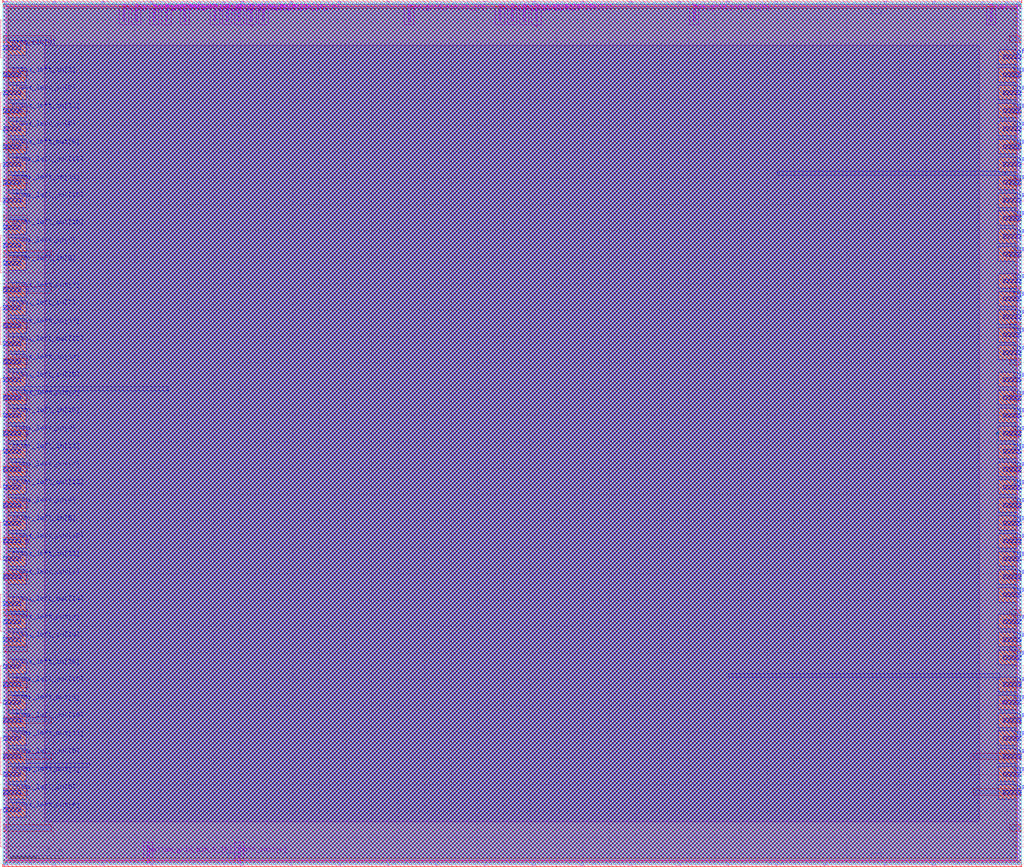
<source format=lef>
VERSION 5.7 ;
BUSBITCHARS "[]" ;

UNITS
  DATABASE MICRONS 1000 ;
END UNITS

MANUFACTURINGGRID 0.005 ;

LAYER nwell
  TYPE MASTERSLICE ;
END nwell

LAYER pwell
  TYPE MASTERSLICE ;
END pwell

LAYER fieldpoly
  TYPE MASTERSLICE ;
END fieldpoly

LAYER li1
  TYPE ROUTING ;
  DIRECTION VERTICAL ;
  PITCH 0.46 ;
  WIDTH 0.17 ;
END li1

LAYER mcon
  TYPE CUT ;
END mcon

LAYER met1
  TYPE ROUTING ;
  DIRECTION HORIZONTAL ;
  PITCH 0.34 ;
  WIDTH 0.14 ;
END met1

LAYER via
  TYPE CUT ;
END via

LAYER met2
  TYPE ROUTING ;
  DIRECTION VERTICAL ;
  PITCH 0.46 ;
  WIDTH 0.14 ;
END met2

LAYER via2
  TYPE CUT ;
END via2

LAYER met3
  TYPE ROUTING ;
  DIRECTION HORIZONTAL ;
  PITCH 0.68 ;
  WIDTH 0.3 ;
END met3

LAYER via3
  TYPE CUT ;
END via3

LAYER met4
  TYPE ROUTING ;
  DIRECTION VERTICAL ;
  PITCH 0.92 ;
  WIDTH 0.3 ;
END met4

LAYER via4
  TYPE CUT ;
END via4

LAYER met5
  TYPE ROUTING ;
  DIRECTION HORIZONTAL ;
  PITCH 3.4 ;
  WIDTH 1.6 ;
END met5

LAYER diff
  TYPE MASTERSLICE ;
END diff

LAYER licon1
  TYPE MASTERSLICE ;
END licon1

LAYER OVERLAP
  TYPE OVERLAP ;
END OVERLAP

VIA L1M1_PR
  LAYER li1 ;
    RECT -0.085 -0.085 0.085 0.085 ;
  LAYER mcon ;
    RECT -0.085 -0.085 0.085 0.085 ;
  LAYER met1 ;
    RECT -0.145 -0.115 0.145 0.115 ;
END L1M1_PR

VIA L1M1_PR_R
  LAYER li1 ;
    RECT -0.085 -0.085 0.085 0.085 ;
  LAYER mcon ;
    RECT -0.085 -0.085 0.085 0.085 ;
  LAYER met1 ;
    RECT -0.115 -0.145 0.115 0.145 ;
END L1M1_PR_R

VIA L1M1_PR_M
  LAYER li1 ;
    RECT -0.085 -0.085 0.085 0.085 ;
  LAYER mcon ;
    RECT -0.085 -0.085 0.085 0.085 ;
  LAYER met1 ;
    RECT -0.115 -0.145 0.115 0.145 ;
END L1M1_PR_M

VIA L1M1_PR_MR
  LAYER li1 ;
    RECT -0.085 -0.085 0.085 0.085 ;
  LAYER mcon ;
    RECT -0.085 -0.085 0.085 0.085 ;
  LAYER met1 ;
    RECT -0.145 -0.115 0.145 0.115 ;
END L1M1_PR_MR

VIA L1M1_PR_C
  LAYER li1 ;
    RECT -0.085 -0.085 0.085 0.085 ;
  LAYER mcon ;
    RECT -0.085 -0.085 0.085 0.085 ;
  LAYER met1 ;
    RECT -0.145 -0.145 0.145 0.145 ;
END L1M1_PR_C

VIA M1M2_PR
  LAYER met1 ;
    RECT -0.16 -0.13 0.16 0.13 ;
  LAYER via ;
    RECT -0.075 -0.075 0.075 0.075 ;
  LAYER met2 ;
    RECT -0.13 -0.16 0.13 0.16 ;
END M1M2_PR

VIA M1M2_PR_Enc
  LAYER met1 ;
    RECT -0.16 -0.13 0.16 0.13 ;
  LAYER via ;
    RECT -0.075 -0.075 0.075 0.075 ;
  LAYER met2 ;
    RECT -0.16 -0.13 0.16 0.13 ;
END M1M2_PR_Enc

VIA M1M2_PR_R
  LAYER met1 ;
    RECT -0.13 -0.16 0.13 0.16 ;
  LAYER via ;
    RECT -0.075 -0.075 0.075 0.075 ;
  LAYER met2 ;
    RECT -0.16 -0.13 0.16 0.13 ;
END M1M2_PR_R

VIA M1M2_PR_R_Enc
  LAYER met1 ;
    RECT -0.13 -0.16 0.13 0.16 ;
  LAYER via ;
    RECT -0.075 -0.075 0.075 0.075 ;
  LAYER met2 ;
    RECT -0.13 -0.16 0.13 0.16 ;
END M1M2_PR_R_Enc

VIA M1M2_PR_M
  LAYER met1 ;
    RECT -0.16 -0.13 0.16 0.13 ;
  LAYER via ;
    RECT -0.075 -0.075 0.075 0.075 ;
  LAYER met2 ;
    RECT -0.16 -0.13 0.16 0.13 ;
END M1M2_PR_M

VIA M1M2_PR_M_Enc
  LAYER met1 ;
    RECT -0.16 -0.13 0.16 0.13 ;
  LAYER via ;
    RECT -0.075 -0.075 0.075 0.075 ;
  LAYER met2 ;
    RECT -0.13 -0.16 0.13 0.16 ;
END M1M2_PR_M_Enc

VIA M1M2_PR_MR
  LAYER met1 ;
    RECT -0.13 -0.16 0.13 0.16 ;
  LAYER via ;
    RECT -0.075 -0.075 0.075 0.075 ;
  LAYER met2 ;
    RECT -0.13 -0.16 0.13 0.16 ;
END M1M2_PR_MR

VIA M1M2_PR_MR_Enc
  LAYER met1 ;
    RECT -0.13 -0.16 0.13 0.16 ;
  LAYER via ;
    RECT -0.075 -0.075 0.075 0.075 ;
  LAYER met2 ;
    RECT -0.16 -0.13 0.16 0.13 ;
END M1M2_PR_MR_Enc

VIA M1M2_PR_C
  LAYER met1 ;
    RECT -0.16 -0.16 0.16 0.16 ;
  LAYER via ;
    RECT -0.075 -0.075 0.075 0.075 ;
  LAYER met2 ;
    RECT -0.16 -0.16 0.16 0.16 ;
END M1M2_PR_C

VIA M2M3_PR
  LAYER met2 ;
    RECT -0.14 -0.185 0.14 0.185 ;
  LAYER via2 ;
    RECT -0.1 -0.1 0.1 0.1 ;
  LAYER met3 ;
    RECT -0.165 -0.165 0.165 0.165 ;
END M2M3_PR

VIA M2M3_PR_R
  LAYER met2 ;
    RECT -0.185 -0.14 0.185 0.14 ;
  LAYER via2 ;
    RECT -0.1 -0.1 0.1 0.1 ;
  LAYER met3 ;
    RECT -0.165 -0.165 0.165 0.165 ;
END M2M3_PR_R

VIA M2M3_PR_M
  LAYER met2 ;
    RECT -0.14 -0.185 0.14 0.185 ;
  LAYER via2 ;
    RECT -0.1 -0.1 0.1 0.1 ;
  LAYER met3 ;
    RECT -0.165 -0.165 0.165 0.165 ;
END M2M3_PR_M

VIA M2M3_PR_MR
  LAYER met2 ;
    RECT -0.185 -0.14 0.185 0.14 ;
  LAYER via2 ;
    RECT -0.1 -0.1 0.1 0.1 ;
  LAYER met3 ;
    RECT -0.165 -0.165 0.165 0.165 ;
END M2M3_PR_MR

VIA M2M3_PR_C
  LAYER met2 ;
    RECT -0.185 -0.185 0.185 0.185 ;
  LAYER via2 ;
    RECT -0.1 -0.1 0.1 0.1 ;
  LAYER met3 ;
    RECT -0.165 -0.165 0.165 0.165 ;
END M2M3_PR_C

VIA M3M4_PR
  LAYER met3 ;
    RECT -0.19 -0.16 0.19 0.16 ;
  LAYER via3 ;
    RECT -0.1 -0.1 0.1 0.1 ;
  LAYER met4 ;
    RECT -0.165 -0.165 0.165 0.165 ;
END M3M4_PR

VIA M3M4_PR_R
  LAYER met3 ;
    RECT -0.16 -0.19 0.16 0.19 ;
  LAYER via3 ;
    RECT -0.1 -0.1 0.1 0.1 ;
  LAYER met4 ;
    RECT -0.165 -0.165 0.165 0.165 ;
END M3M4_PR_R

VIA M3M4_PR_M
  LAYER met3 ;
    RECT -0.19 -0.16 0.19 0.16 ;
  LAYER via3 ;
    RECT -0.1 -0.1 0.1 0.1 ;
  LAYER met4 ;
    RECT -0.165 -0.165 0.165 0.165 ;
END M3M4_PR_M

VIA M3M4_PR_MR
  LAYER met3 ;
    RECT -0.16 -0.19 0.16 0.19 ;
  LAYER via3 ;
    RECT -0.1 -0.1 0.1 0.1 ;
  LAYER met4 ;
    RECT -0.165 -0.165 0.165 0.165 ;
END M3M4_PR_MR

VIA M3M4_PR_C
  LAYER met3 ;
    RECT -0.19 -0.19 0.19 0.19 ;
  LAYER via3 ;
    RECT -0.1 -0.1 0.1 0.1 ;
  LAYER met4 ;
    RECT -0.165 -0.165 0.165 0.165 ;
END M3M4_PR_C

VIA M4M5_PR
  LAYER met4 ;
    RECT -0.59 -0.59 0.59 0.59 ;
  LAYER via4 ;
    RECT -0.4 -0.4 0.4 0.4 ;
  LAYER met5 ;
    RECT -0.71 -0.71 0.71 0.71 ;
END M4M5_PR

VIA M4M5_PR_R
  LAYER met4 ;
    RECT -0.59 -0.59 0.59 0.59 ;
  LAYER via4 ;
    RECT -0.4 -0.4 0.4 0.4 ;
  LAYER met5 ;
    RECT -0.71 -0.71 0.71 0.71 ;
END M4M5_PR_R

VIA M4M5_PR_M
  LAYER met4 ;
    RECT -0.59 -0.59 0.59 0.59 ;
  LAYER via4 ;
    RECT -0.4 -0.4 0.4 0.4 ;
  LAYER met5 ;
    RECT -0.71 -0.71 0.71 0.71 ;
END M4M5_PR_M

VIA M4M5_PR_MR
  LAYER met4 ;
    RECT -0.59 -0.59 0.59 0.59 ;
  LAYER via4 ;
    RECT -0.4 -0.4 0.4 0.4 ;
  LAYER met5 ;
    RECT -0.71 -0.71 0.71 0.71 ;
END M4M5_PR_MR

VIA M4M5_PR_C
  LAYER met4 ;
    RECT -0.59 -0.59 0.59 0.59 ;
  LAYER via4 ;
    RECT -0.4 -0.4 0.4 0.4 ;
  LAYER met5 ;
    RECT -0.71 -0.71 0.71 0.71 ;
END M4M5_PR_C

SITE unit
  CLASS CORE ;
  SYMMETRY Y ;
  SIZE 0.46 BY 2.72 ;
END unit

SITE unithddbl
  CLASS CORE ;
  SIZE 0.46 BY 5.44 ;
END unithddbl

MACRO cbx_1__0_
  CLASS BLOCK ;
  ORIGIN 0 0 ;
  SIZE 77.28 BY 65.28 ;
  SYMMETRY X Y ;
  PIN prog_clk[0]
    DIRECTION INPUT ;
    USE CLOCK ;
    PORT
      LAYER met3 ;
        RECT 0 61.73 1.38 62.03 ;
    END
  END prog_clk[0]
  PIN chanx_left_in[0]
    DIRECTION INPUT ;
    USE SIGNAL ;
    PORT
      LAYER met3 ;
        RECT 0 5.29 1.38 5.59 ;
    END
  END chanx_left_in[0]
  PIN chanx_left_in[1]
    DIRECTION INPUT ;
    USE SIGNAL ;
    PORT
      LAYER met3 ;
        RECT 0 59.69 1.38 59.99 ;
    END
  END chanx_left_in[1]
  PIN chanx_left_in[2]
    DIRECTION INPUT ;
    USE SIGNAL ;
    PORT
      LAYER met3 ;
        RECT 0 55.61 1.38 55.91 ;
    END
  END chanx_left_in[2]
  PIN chanx_left_in[3]
    DIRECTION INPUT ;
    USE SIGNAL ;
    PORT
      LAYER met3 ;
        RECT 0 46.77 1.38 47.07 ;
    END
  END chanx_left_in[3]
  PIN chanx_left_in[4]
    DIRECTION INPUT ;
    USE SIGNAL ;
    PORT
      LAYER met3 ;
        RECT 0 27.05 1.38 27.35 ;
    END
  END chanx_left_in[4]
  PIN chanx_left_in[5]
    DIRECTION INPUT ;
    USE SIGNAL ;
    PORT
      LAYER met3 ;
        RECT 0 45.41 1.38 45.71 ;
    END
  END chanx_left_in[5]
  PIN chanx_left_in[6]
    DIRECTION INPUT ;
    USE SIGNAL ;
    PORT
      LAYER met3 ;
        RECT 0 25.69 1.38 25.99 ;
    END
  END chanx_left_in[6]
  PIN chanx_left_in[7]
    DIRECTION INPUT ;
    USE SIGNAL ;
    PORT
      LAYER met3 ;
        RECT 0 42.01 1.38 42.31 ;
    END
  END chanx_left_in[7]
  PIN chanx_left_in[8]
    DIRECTION INPUT ;
    USE SIGNAL ;
    PORT
      LAYER met3 ;
        RECT 0 58.33 1.38 58.63 ;
    END
  END chanx_left_in[8]
  PIN chanx_left_in[9]
    DIRECTION INPUT ;
    USE SIGNAL ;
    PORT
      LAYER met3 ;
        RECT 0 32.49 1.38 32.79 ;
    END
  END chanx_left_in[9]
  PIN chanx_left_in[10]
    DIRECTION INPUT ;
    USE SIGNAL ;
    PORT
      LAYER met3 ;
        RECT 0 16.85 1.38 17.15 ;
    END
  END chanx_left_in[10]
  PIN chanx_left_in[11]
    DIRECTION INPUT ;
    USE SIGNAL ;
    PORT
      LAYER met3 ;
        RECT 0 22.97 1.38 23.27 ;
    END
  END chanx_left_in[11]
  PIN chanx_left_in[12]
    DIRECTION INPUT ;
    USE SIGNAL ;
    PORT
      LAYER met3 ;
        RECT 0 56.97 1.38 57.27 ;
    END
  END chanx_left_in[12]
  PIN chanx_left_in[13]
    DIRECTION INPUT ;
    USE SIGNAL ;
    PORT
      LAYER met3 ;
        RECT 0 37.93 1.38 38.23 ;
    END
  END chanx_left_in[13]
  PIN chanx_left_in[14]
    DIRECTION INPUT ;
    USE SIGNAL ;
    PORT
      LAYER met3 ;
        RECT 0 31.13 1.38 31.43 ;
    END
  END chanx_left_in[14]
  PIN chanx_left_in[15]
    DIRECTION INPUT ;
    USE SIGNAL ;
    PORT
      LAYER met3 ;
        RECT 0 51.53 1.38 51.83 ;
    END
  END chanx_left_in[15]
  PIN chanx_left_in[16]
    DIRECTION INPUT ;
    USE SIGNAL ;
    PORT
      LAYER met3 ;
        RECT 0 14.81 1.38 15.11 ;
    END
  END chanx_left_in[16]
  PIN chanx_left_in[17]
    DIRECTION INPUT ;
    USE SIGNAL ;
    PORT
      LAYER met3 ;
        RECT 0 40.65 1.38 40.95 ;
    END
  END chanx_left_in[17]
  PIN chanx_left_in[18]
    DIRECTION INPUT ;
    USE SIGNAL ;
    PORT
      LAYER met3 ;
        RECT 0 36.57 1.38 36.87 ;
    END
  END chanx_left_in[18]
  PIN chanx_left_in[19]
    DIRECTION INPUT ;
    USE SIGNAL ;
    PORT
      LAYER met3 ;
        RECT 0 33.85 1.38 34.15 ;
    END
  END chanx_left_in[19]
  PIN chanx_right_in[0]
    DIRECTION INPUT ;
    USE SIGNAL ;
    PORT
      LAYER met3 ;
        RECT 75.9 46.09 77.28 46.39 ;
    END
  END chanx_right_in[0]
  PIN chanx_right_in[1]
    DIRECTION INPUT ;
    USE SIGNAL ;
    PORT
      LAYER met3 ;
        RECT 75.9 12.09 77.28 12.39 ;
    END
  END chanx_right_in[1]
  PIN chanx_right_in[2]
    DIRECTION INPUT ;
    USE SIGNAL ;
    PORT
      LAYER met3 ;
        RECT 75.9 47.45 77.28 47.75 ;
    END
  END chanx_right_in[2]
  PIN chanx_right_in[3]
    DIRECTION INPUT ;
    USE SIGNAL ;
    PORT
      LAYER met3 ;
        RECT 75.9 50.17 77.28 50.47 ;
    END
  END chanx_right_in[3]
  PIN chanx_right_in[4]
    DIRECTION INPUT ;
    USE SIGNAL ;
    PORT
      LAYER met3 ;
        RECT 75.9 59.69 77.28 59.99 ;
    END
  END chanx_right_in[4]
  PIN chanx_right_in[5]
    DIRECTION INPUT ;
    USE SIGNAL ;
    PORT
      LAYER met3 ;
        RECT 75.9 9.37 77.28 9.67 ;
    END
  END chanx_right_in[5]
  PIN chanx_right_in[6]
    DIRECTION INPUT ;
    USE SIGNAL ;
    PORT
      LAYER met3 ;
        RECT 75.9 36.57 77.28 36.87 ;
    END
  END chanx_right_in[6]
  PIN chanx_right_in[7]
    DIRECTION INPUT ;
    USE SIGNAL ;
    PORT
      LAYER met3 ;
        RECT 75.9 54.25 77.28 54.55 ;
    END
  END chanx_right_in[7]
  PIN chanx_right_in[8]
    DIRECTION INPUT ;
    USE SIGNAL ;
    PORT
      LAYER met3 ;
        RECT 75.9 38.61 77.28 38.91 ;
    END
  END chanx_right_in[8]
  PIN chanx_right_in[9]
    DIRECTION INPUT ;
    USE SIGNAL ;
    PORT
      LAYER met3 ;
        RECT 75.9 31.13 77.28 31.43 ;
    END
  END chanx_right_in[9]
  PIN chanx_right_in[10]
    DIRECTION INPUT ;
    USE SIGNAL ;
    PORT
      LAYER met3 ;
        RECT 75.9 32.49 77.28 32.79 ;
    END
  END chanx_right_in[10]
  PIN chanx_right_in[11]
    DIRECTION INPUT ;
    USE SIGNAL ;
    PORT
      LAYER met3 ;
        RECT 75.9 55.61 77.28 55.91 ;
    END
  END chanx_right_in[11]
  PIN chanx_right_in[12]
    DIRECTION INPUT ;
    USE SIGNAL ;
    PORT
      LAYER met3 ;
        RECT 75.9 41.33 77.28 41.63 ;
    END
  END chanx_right_in[12]
  PIN chanx_right_in[13]
    DIRECTION INPUT ;
    USE SIGNAL ;
    PORT
      LAYER met3 ;
        RECT 75.9 33.85 77.28 34.15 ;
    END
  END chanx_right_in[13]
  PIN chanx_right_in[14]
    DIRECTION INPUT ;
    USE SIGNAL ;
    PORT
      LAYER met3 ;
        RECT 75.9 35.21 77.28 35.51 ;
    END
  END chanx_right_in[14]
  PIN chanx_right_in[15]
    DIRECTION INPUT ;
    USE SIGNAL ;
    PORT
      LAYER met3 ;
        RECT 75.9 51.53 77.28 51.83 ;
    END
  END chanx_right_in[15]
  PIN chanx_right_in[16]
    DIRECTION INPUT ;
    USE SIGNAL ;
    PORT
      LAYER met3 ;
        RECT 75.9 13.45 77.28 13.75 ;
    END
  END chanx_right_in[16]
  PIN chanx_right_in[17]
    DIRECTION INPUT ;
    USE SIGNAL ;
    PORT
      LAYER met3 ;
        RECT 75.9 52.89 77.28 53.19 ;
    END
  END chanx_right_in[17]
  PIN chanx_right_in[18]
    DIRECTION INPUT ;
    USE SIGNAL ;
    PORT
      LAYER met3 ;
        RECT 75.9 42.69 77.28 42.99 ;
    END
  END chanx_right_in[18]
  PIN chanx_right_in[19]
    DIRECTION INPUT ;
    USE SIGNAL ;
    PORT
      LAYER met3 ;
        RECT 75.9 56.97 77.28 57.27 ;
    END
  END chanx_right_in[19]
  PIN ccff_head[0]
    DIRECTION INPUT ;
    USE SIGNAL ;
    PORT
      LAYER met3 ;
        RECT 75.9 61.05 77.28 61.35 ;
    END
  END ccff_head[0]
  PIN chanx_left_out[0]
    DIRECTION OUTPUT ;
    USE SIGNAL ;
    PORT
      LAYER met3 ;
        RECT 0 8.01 1.38 8.31 ;
    END
  END chanx_left_out[0]
  PIN chanx_left_out[1]
    DIRECTION OUTPUT ;
    USE SIGNAL ;
    PORT
      LAYER met3 ;
        RECT 0 21.61 1.38 21.91 ;
    END
  END chanx_left_out[1]
  PIN chanx_left_out[2]
    DIRECTION OUTPUT ;
    USE SIGNAL ;
    PORT
      LAYER met3 ;
        RECT 0 6.65 1.38 6.95 ;
    END
  END chanx_left_out[2]
  PIN chanx_left_out[3]
    DIRECTION OUTPUT ;
    USE SIGNAL ;
    PORT
      LAYER met3 ;
        RECT 0 18.21 1.38 18.51 ;
    END
  END chanx_left_out[3]
  PIN chanx_left_out[4]
    DIRECTION OUTPUT ;
    USE SIGNAL ;
    PORT
      LAYER met3 ;
        RECT 0 3.93 1.38 4.23 ;
    END
  END chanx_left_out[4]
  PIN chanx_left_out[5]
    DIRECTION OUTPUT ;
    USE SIGNAL ;
    PORT
      LAYER met3 ;
        RECT 0 12.09 1.38 12.39 ;
    END
  END chanx_left_out[5]
  PIN chanx_left_out[6]
    DIRECTION OUTPUT ;
    USE SIGNAL ;
    PORT
      LAYER met3 ;
        RECT 0 29.77 1.38 30.07 ;
    END
  END chanx_left_out[6]
  PIN chanx_left_out[7]
    DIRECTION OUTPUT ;
    USE SIGNAL ;
    PORT
      LAYER met3 ;
        RECT 0 43.37 1.38 43.67 ;
    END
  END chanx_left_out[7]
  PIN chanx_left_out[8]
    DIRECTION OUTPUT ;
    USE SIGNAL ;
    PORT
      LAYER met3 ;
        RECT 0 54.25 1.38 54.55 ;
    END
  END chanx_left_out[8]
  PIN chanx_left_out[9]
    DIRECTION OUTPUT ;
    USE SIGNAL ;
    PORT
      LAYER met3 ;
        RECT 0 35.21 1.38 35.51 ;
    END
  END chanx_left_out[9]
  PIN chanx_left_out[10]
    DIRECTION OUTPUT ;
    USE SIGNAL ;
    PORT
      LAYER met3 ;
        RECT 0 48.13 1.38 48.43 ;
    END
  END chanx_left_out[10]
  PIN chanx_left_out[11]
    DIRECTION OUTPUT ;
    USE SIGNAL ;
    PORT
      LAYER met3 ;
        RECT 0 9.37 1.38 9.67 ;
    END
  END chanx_left_out[11]
  PIN chanx_left_out[12]
    DIRECTION OUTPUT ;
    USE SIGNAL ;
    PORT
      LAYER met3 ;
        RECT 0 39.29 1.38 39.59 ;
    END
  END chanx_left_out[12]
  PIN chanx_left_out[13]
    DIRECTION OUTPUT ;
    USE SIGNAL ;
    PORT
      LAYER met3 ;
        RECT 0 28.41 1.38 28.71 ;
    END
  END chanx_left_out[13]
  PIN chanx_left_out[14]
    DIRECTION OUTPUT ;
    USE SIGNAL ;
    PORT
      LAYER met3 ;
        RECT 0 19.57 1.38 19.87 ;
    END
  END chanx_left_out[14]
  PIN chanx_left_out[15]
    DIRECTION OUTPUT ;
    USE SIGNAL ;
    PORT
      LAYER met3 ;
        RECT 0 50.17 1.38 50.47 ;
    END
  END chanx_left_out[15]
  PIN chanx_left_out[16]
    DIRECTION OUTPUT ;
    USE SIGNAL ;
    PORT
      LAYER met3 ;
        RECT 0 13.45 1.38 13.75 ;
    END
  END chanx_left_out[16]
  PIN chanx_left_out[17]
    DIRECTION OUTPUT ;
    USE SIGNAL ;
    PORT
      LAYER met3 ;
        RECT 0 52.89 1.38 53.19 ;
    END
  END chanx_left_out[17]
  PIN chanx_left_out[18]
    DIRECTION OUTPUT ;
    USE SIGNAL ;
    PORT
      LAYER met3 ;
        RECT 0 24.33 1.38 24.63 ;
    END
  END chanx_left_out[18]
  PIN chanx_left_out[19]
    DIRECTION OUTPUT ;
    USE SIGNAL ;
    PORT
      LAYER met3 ;
        RECT 0 10.73 1.38 11.03 ;
    END
  END chanx_left_out[19]
  PIN chanx_right_out[0]
    DIRECTION OUTPUT ;
    USE SIGNAL ;
    PORT
      LAYER met3 ;
        RECT 75.9 48.81 77.28 49.11 ;
    END
  END chanx_right_out[0]
  PIN chanx_right_out[1]
    DIRECTION OUTPUT ;
    USE SIGNAL ;
    PORT
      LAYER met3 ;
        RECT 75.9 6.65 77.28 6.95 ;
    END
  END chanx_right_out[1]
  PIN chanx_right_out[2]
    DIRECTION OUTPUT ;
    USE SIGNAL ;
    PORT
      LAYER met3 ;
        RECT 75.9 58.33 77.28 58.63 ;
    END
  END chanx_right_out[2]
  PIN chanx_right_out[3]
    DIRECTION OUTPUT ;
    USE SIGNAL ;
    PORT
      LAYER met3 ;
        RECT 75.9 10.73 77.28 11.03 ;
    END
  END chanx_right_out[3]
  PIN chanx_right_out[4]
    DIRECTION OUTPUT ;
    USE SIGNAL ;
    PORT
      LAYER met3 ;
        RECT 75.9 8.01 77.28 8.31 ;
    END
  END chanx_right_out[4]
  PIN chanx_right_out[5]
    DIRECTION OUTPUT ;
    USE SIGNAL ;
    PORT
      LAYER met3 ;
        RECT 75.9 44.05 77.28 44.35 ;
    END
  END chanx_right_out[5]
  PIN chanx_right_out[6]
    DIRECTION OUTPUT ;
    USE SIGNAL ;
    PORT
      LAYER met3 ;
        RECT 75.9 18.21 77.28 18.51 ;
    END
  END chanx_right_out[6]
  PIN chanx_right_out[7]
    DIRECTION OUTPUT ;
    USE SIGNAL ;
    PORT
      LAYER met3 ;
        RECT 75.9 39.97 77.28 40.27 ;
    END
  END chanx_right_out[7]
  PIN chanx_right_out[8]
    DIRECTION OUTPUT ;
    USE SIGNAL ;
    PORT
      LAYER met3 ;
        RECT 75.9 22.97 77.28 23.27 ;
    END
  END chanx_right_out[8]
  PIN chanx_right_out[9]
    DIRECTION OUTPUT ;
    USE SIGNAL ;
    PORT
      LAYER met3 ;
        RECT 75.9 28.41 77.28 28.71 ;
    END
  END chanx_right_out[9]
  PIN chanx_right_out[10]
    DIRECTION OUTPUT ;
    USE SIGNAL ;
    PORT
      LAYER met2 ;
        RECT 74.91 63.92 75.05 65.28 ;
    END
  END chanx_right_out[10]
  PIN chanx_right_out[11]
    DIRECTION OUTPUT ;
    USE SIGNAL ;
    PORT
      LAYER met3 ;
        RECT 75.9 16.85 77.28 17.15 ;
    END
  END chanx_right_out[11]
  PIN chanx_right_out[12]
    DIRECTION OUTPUT ;
    USE SIGNAL ;
    PORT
      LAYER met3 ;
        RECT 75.9 27.05 77.28 27.35 ;
    END
  END chanx_right_out[12]
  PIN chanx_right_out[13]
    DIRECTION OUTPUT ;
    USE SIGNAL ;
    PORT
      LAYER met3 ;
        RECT 75.9 20.25 77.28 20.55 ;
    END
  END chanx_right_out[13]
  PIN chanx_right_out[14]
    DIRECTION OUTPUT ;
    USE SIGNAL ;
    PORT
      LAYER met3 ;
        RECT 75.9 25.69 77.28 25.99 ;
    END
  END chanx_right_out[14]
  PIN chanx_right_out[15]
    DIRECTION OUTPUT ;
    USE SIGNAL ;
    PORT
      LAYER met3 ;
        RECT 75.9 15.49 77.28 15.79 ;
    END
  END chanx_right_out[15]
  PIN chanx_right_out[16]
    DIRECTION OUTPUT ;
    USE SIGNAL ;
    PORT
      LAYER met3 ;
        RECT 75.9 5.29 77.28 5.59 ;
    END
  END chanx_right_out[16]
  PIN chanx_right_out[17]
    DIRECTION OUTPUT ;
    USE SIGNAL ;
    PORT
      LAYER met3 ;
        RECT 75.9 24.33 77.28 24.63 ;
    END
  END chanx_right_out[17]
  PIN chanx_right_out[18]
    DIRECTION OUTPUT ;
    USE SIGNAL ;
    PORT
      LAYER met3 ;
        RECT 75.9 29.77 77.28 30.07 ;
    END
  END chanx_right_out[18]
  PIN chanx_right_out[19]
    DIRECTION OUTPUT ;
    USE SIGNAL ;
    PORT
      LAYER met3 ;
        RECT 75.9 21.61 77.28 21.91 ;
    END
  END chanx_right_out[19]
  PIN top_grid_pin_16_[0]
    DIRECTION OUTPUT ;
    USE SIGNAL ;
    PORT
      LAYER met2 ;
        RECT 19.71 63.92 19.85 65.28 ;
    END
  END top_grid_pin_16_[0]
  PIN top_grid_pin_17_[0]
    DIRECTION OUTPUT ;
    USE SIGNAL ;
    PORT
      LAYER met2 ;
        RECT 16.03 63.92 16.17 65.28 ;
    END
  END top_grid_pin_17_[0]
  PIN top_grid_pin_18_[0]
    DIRECTION OUTPUT ;
    USE SIGNAL ;
    PORT
      LAYER met2 ;
        RECT 52.37 63.92 52.51 65.28 ;
    END
  END top_grid_pin_18_[0]
  PIN top_grid_pin_19_[0]
    DIRECTION OUTPUT ;
    USE SIGNAL ;
    PORT
      LAYER met2 ;
        RECT 12.35 63.92 12.49 65.28 ;
    END
  END top_grid_pin_19_[0]
  PIN top_grid_pin_20_[0]
    DIRECTION OUTPUT ;
    USE SIGNAL ;
    PORT
      LAYER met2 ;
        RECT 18.79 63.92 18.93 65.28 ;
    END
  END top_grid_pin_20_[0]
  PIN top_grid_pin_21_[0]
    DIRECTION OUTPUT ;
    USE SIGNAL ;
    PORT
      LAYER met2 ;
        RECT 30.75 63.92 30.89 65.28 ;
    END
  END top_grid_pin_21_[0]
  PIN top_grid_pin_22_[0]
    DIRECTION OUTPUT ;
    USE SIGNAL ;
    PORT
      LAYER met2 ;
        RECT 16.95 63.92 17.09 65.28 ;
    END
  END top_grid_pin_22_[0]
  PIN top_grid_pin_23_[0]
    DIRECTION OUTPUT ;
    USE SIGNAL ;
    PORT
      LAYER met2 ;
        RECT 9.13 63.92 9.27 65.28 ;
    END
  END top_grid_pin_23_[0]
  PIN top_grid_pin_24_[0]
    DIRECTION OUTPUT ;
    USE SIGNAL ;
    PORT
      LAYER met2 ;
        RECT 11.43 63.92 11.57 65.28 ;
    END
  END top_grid_pin_24_[0]
  PIN top_grid_pin_25_[0]
    DIRECTION OUTPUT ;
    USE SIGNAL ;
    PORT
      LAYER met2 ;
        RECT 10.05 63.92 10.19 65.28 ;
    END
  END top_grid_pin_25_[0]
  PIN top_grid_pin_26_[0]
    DIRECTION OUTPUT ;
    USE SIGNAL ;
    PORT
      LAYER met2 ;
        RECT 13.73 63.92 13.87 65.28 ;
    END
  END top_grid_pin_26_[0]
  PIN top_grid_pin_27_[0]
    DIRECTION OUTPUT ;
    USE SIGNAL ;
    PORT
      LAYER met2 ;
        RECT 17.87 63.92 18.01 65.28 ;
    END
  END top_grid_pin_27_[0]
  PIN top_grid_pin_28_[0]
    DIRECTION OUTPUT ;
    USE SIGNAL ;
    PORT
      LAYER met2 ;
        RECT 37.65 63.92 37.79 65.28 ;
    END
  END top_grid_pin_28_[0]
  PIN top_grid_pin_29_[0]
    DIRECTION OUTPUT ;
    USE SIGNAL ;
    PORT
      LAYER met2 ;
        RECT 40.41 63.92 40.55 65.28 ;
    END
  END top_grid_pin_29_[0]
  PIN top_grid_pin_30_[0]
    DIRECTION OUTPUT ;
    USE SIGNAL ;
    PORT
      LAYER met2 ;
        RECT 39.49 63.92 39.63 65.28 ;
    END
  END top_grid_pin_30_[0]
  PIN top_grid_pin_31_[0]
    DIRECTION OUTPUT ;
    USE SIGNAL ;
    PORT
      LAYER met2 ;
        RECT 38.57 63.92 38.71 65.28 ;
    END
  END top_grid_pin_31_[0]
  PIN bottom_grid_pin_0_[0]
    DIRECTION OUTPUT ;
    USE SIGNAL ;
    PORT
      LAYER met2 ;
        RECT 10.97 0 11.11 1.36 ;
    END
  END bottom_grid_pin_0_[0]
  PIN ccff_tail[0]
    DIRECTION OUTPUT ;
    USE SIGNAL ;
    PORT
      LAYER met2 ;
        RECT 17.87 0 18.01 1.36 ;
    END
  END ccff_tail[0]
  PIN VDD
    DIRECTION INPUT ;
    USE POWER ;
  END VDD
  PIN VSS
    DIRECTION INPUT ;
    USE GROUND ;
  END VSS
  OBS
    LAYER li1 ;
      RECT 0 65.195 77.28 65.365 ;
      RECT 76.36 62.475 77.28 62.645 ;
      RECT 0 62.475 3.68 62.645 ;
      RECT 76.36 59.755 77.28 59.925 ;
      RECT 0 59.755 1.84 59.925 ;
      RECT 76.36 57.035 77.28 57.205 ;
      RECT 0 57.035 1.84 57.205 ;
      RECT 76.36 54.315 77.28 54.485 ;
      RECT 0 54.315 1.84 54.485 ;
      RECT 76.36 51.595 77.28 51.765 ;
      RECT 0 51.595 1.84 51.765 ;
      RECT 76.36 48.875 77.28 49.045 ;
      RECT 0 48.875 1.84 49.045 ;
      RECT 76.36 46.155 77.28 46.325 ;
      RECT 0 46.155 3.68 46.325 ;
      RECT 76.36 43.435 77.28 43.605 ;
      RECT 0 43.435 3.68 43.605 ;
      RECT 76.36 40.715 77.28 40.885 ;
      RECT 0 40.715 1.84 40.885 ;
      RECT 76.36 37.995 77.28 38.165 ;
      RECT 0 37.995 1.84 38.165 ;
      RECT 76.36 35.275 77.28 35.445 ;
      RECT 0 35.275 1.84 35.445 ;
      RECT 76.36 32.555 77.28 32.725 ;
      RECT 0 32.555 1.84 32.725 ;
      RECT 76.36 29.835 77.28 30.005 ;
      RECT 0 29.835 1.84 30.005 ;
      RECT 76.36 27.115 77.28 27.285 ;
      RECT 0 27.115 1.84 27.285 ;
      RECT 76.36 24.395 77.28 24.565 ;
      RECT 0 24.395 1.84 24.565 ;
      RECT 76.36 21.675 77.28 21.845 ;
      RECT 0 21.675 1.84 21.845 ;
      RECT 76.36 18.955 77.28 19.125 ;
      RECT 0 18.955 1.84 19.125 ;
      RECT 76.36 16.235 77.28 16.405 ;
      RECT 0 16.235 1.84 16.405 ;
      RECT 76.36 13.515 77.28 13.685 ;
      RECT 0 13.515 1.84 13.685 ;
      RECT 76.36 10.795 77.28 10.965 ;
      RECT 0 10.795 3.68 10.965 ;
      RECT 73.6 8.075 77.28 8.245 ;
      RECT 0 8.075 3.68 8.245 ;
      RECT 73.6 5.355 77.28 5.525 ;
      RECT 0 5.355 1.84 5.525 ;
      RECT 76.36 2.635 77.28 2.805 ;
      RECT 0 2.635 3.68 2.805 ;
      RECT 0 -0.085 77.28 0.085 ;
    LAYER met3 ;
      POLYGON 75.5 52.51 75.5 52.49 76.05 52.49 76.05 52.21 58.73 52.21 58.73 52.51 ;
      POLYGON 2.005 36.205 2.005 36.19 12.57 36.19 12.57 35.89 2.005 35.89 2.005 35.875 1.675 35.875 1.675 36.205 ;
      POLYGON 75.63 14.44 75.63 14.12 75.25 14.12 75.25 14.13 55.05 14.13 55.05 14.43 75.25 14.43 75.25 14.44 ;
      POLYGON 6.59 7.63 6.59 7.33 1.78 7.33 1.78 7.35 1.23 7.35 1.23 7.63 ;
      POLYGON 76.88 64.88 76.88 61.75 75.5 61.75 75.5 60.65 76.88 60.65 76.88 60.39 75.5 60.39 75.5 59.29 76.88 59.29 76.88 59.03 75.5 59.03 75.5 57.93 76.88 57.93 76.88 57.67 75.5 57.67 75.5 56.57 76.88 56.57 76.88 56.31 75.5 56.31 75.5 55.21 76.88 55.21 76.88 54.95 75.5 54.95 75.5 53.85 76.88 53.85 76.88 53.59 75.5 53.59 75.5 52.49 76.88 52.49 76.88 52.23 75.5 52.23 75.5 51.13 76.88 51.13 76.88 50.87 75.5 50.87 75.5 49.77 76.88 49.77 76.88 49.51 75.5 49.51 75.5 48.41 76.88 48.41 76.88 48.15 75.5 48.15 75.5 47.05 76.88 47.05 76.88 46.79 75.5 46.79 75.5 45.69 76.88 45.69 76.88 44.75 75.5 44.75 75.5 43.65 76.88 43.65 76.88 43.39 75.5 43.39 75.5 42.29 76.88 42.29 76.88 42.03 75.5 42.03 75.5 40.93 76.88 40.93 76.88 40.67 75.5 40.67 75.5 39.57 76.88 39.57 76.88 39.31 75.5 39.31 75.5 38.21 76.88 38.21 76.88 37.27 75.5 37.27 75.5 36.17 76.88 36.17 76.88 35.91 75.5 35.91 75.5 34.81 76.88 34.81 76.88 34.55 75.5 34.55 75.5 33.45 76.88 33.45 76.88 33.19 75.5 33.19 75.5 32.09 76.88 32.09 76.88 31.83 75.5 31.83 75.5 30.73 76.88 30.73 76.88 30.47 75.5 30.47 75.5 29.37 76.88 29.37 76.88 29.11 75.5 29.11 75.5 28.01 76.88 28.01 76.88 27.75 75.5 27.75 75.5 26.65 76.88 26.65 76.88 26.39 75.5 26.39 75.5 25.29 76.88 25.29 76.88 25.03 75.5 25.03 75.5 23.93 76.88 23.93 76.88 23.67 75.5 23.67 75.5 22.57 76.88 22.57 76.88 22.31 75.5 22.31 75.5 21.21 76.88 21.21 76.88 20.95 75.5 20.95 75.5 19.85 76.88 19.85 76.88 18.91 75.5 18.91 75.5 17.81 76.88 17.81 76.88 17.55 75.5 17.55 75.5 16.45 76.88 16.45 76.88 16.19 75.5 16.19 75.5 15.09 76.88 15.09 76.88 14.15 75.5 14.15 75.5 13.05 76.88 13.05 76.88 12.79 75.5 12.79 75.5 11.69 76.88 11.69 76.88 11.43 75.5 11.43 75.5 10.33 76.88 10.33 76.88 10.07 75.5 10.07 75.5 8.97 76.88 8.97 76.88 8.71 75.5 8.71 75.5 7.61 76.88 7.61 76.88 7.35 75.5 7.35 75.5 6.25 76.88 6.25 76.88 5.99 75.5 5.99 75.5 4.89 76.88 4.89 76.88 0.4 0.4 0.4 0.4 3.53 1.78 3.53 1.78 4.63 0.4 4.63 0.4 4.89 1.78 4.89 1.78 5.99 0.4 5.99 0.4 6.25 1.78 6.25 1.78 7.35 0.4 7.35 0.4 7.61 1.78 7.61 1.78 8.71 0.4 8.71 0.4 8.97 1.78 8.97 1.78 10.07 0.4 10.07 0.4 10.33 1.78 10.33 1.78 11.43 0.4 11.43 0.4 11.69 1.78 11.69 1.78 12.79 0.4 12.79 0.4 13.05 1.78 13.05 1.78 14.15 0.4 14.15 0.4 14.41 1.78 14.41 1.78 15.51 0.4 15.51 0.4 16.45 1.78 16.45 1.78 17.55 0.4 17.55 0.4 17.81 1.78 17.81 1.78 18.91 0.4 18.91 0.4 19.17 1.78 19.17 1.78 20.27 0.4 20.27 0.4 21.21 1.78 21.21 1.78 22.31 0.4 22.31 0.4 22.57 1.78 22.57 1.78 23.67 0.4 23.67 0.4 23.93 1.78 23.93 1.78 25.03 0.4 25.03 0.4 25.29 1.78 25.29 1.78 26.39 0.4 26.39 0.4 26.65 1.78 26.65 1.78 27.75 0.4 27.75 0.4 28.01 1.78 28.01 1.78 29.11 0.4 29.11 0.4 29.37 1.78 29.37 1.78 30.47 0.4 30.47 0.4 30.73 1.78 30.73 1.78 31.83 0.4 31.83 0.4 32.09 1.78 32.09 1.78 33.19 0.4 33.19 0.4 33.45 1.78 33.45 1.78 34.55 0.4 34.55 0.4 34.81 1.78 34.81 1.78 35.91 0.4 35.91 0.4 36.17 1.78 36.17 1.78 37.27 0.4 37.27 0.4 37.53 1.78 37.53 1.78 38.63 0.4 38.63 0.4 38.89 1.78 38.89 1.78 39.99 0.4 39.99 0.4 40.25 1.78 40.25 1.78 41.35 0.4 41.35 0.4 41.61 1.78 41.61 1.78 42.71 0.4 42.71 0.4 42.97 1.78 42.97 1.78 44.07 0.4 44.07 0.4 45.01 1.78 45.01 1.78 46.11 0.4 46.11 0.4 46.37 1.78 46.37 1.78 47.47 0.4 47.47 0.4 47.73 1.78 47.73 1.78 48.83 0.4 48.83 0.4 49.77 1.78 49.77 1.78 50.87 0.4 50.87 0.4 51.13 1.78 51.13 1.78 52.23 0.4 52.23 0.4 52.49 1.78 52.49 1.78 53.59 0.4 53.59 0.4 53.85 1.78 53.85 1.78 54.95 0.4 54.95 0.4 55.21 1.78 55.21 1.78 56.31 0.4 56.31 0.4 56.57 1.78 56.57 1.78 57.67 0.4 57.67 0.4 57.93 1.78 57.93 1.78 59.03 0.4 59.03 0.4 59.29 1.78 59.29 1.78 60.39 0.4 60.39 0.4 61.33 1.78 61.33 1.78 62.43 0.4 62.43 0.4 64.88 ;
    LAYER met2 ;
      POLYGON 77 65 77 0.28 18.29 0.28 18.29 1.64 17.59 1.64 17.59 0.28 11.39 0.28 11.39 1.64 10.69 1.64 10.69 0.28 0.28 0.28 0.28 65 8.85 65 8.85 63.64 9.55 63.64 9.55 65 9.77 65 9.77 63.64 10.47 63.64 10.47 65 11.15 65 11.15 63.64 11.85 63.64 11.85 65 12.07 65 12.07 63.64 12.77 63.64 12.77 65 13.45 65 13.45 63.64 14.15 63.64 14.15 65 15.75 65 15.75 63.64 16.45 63.64 16.45 65 16.67 65 16.67 63.64 17.37 63.64 17.37 65 17.59 65 17.59 63.64 18.29 63.64 18.29 65 18.51 65 18.51 63.64 19.21 63.64 19.21 65 19.43 65 19.43 63.64 20.13 63.64 20.13 65 30.47 65 30.47 63.64 31.17 63.64 31.17 65 37.37 65 37.37 63.64 38.07 63.64 38.07 65 38.29 65 38.29 63.64 38.99 63.64 38.99 65 39.21 65 39.21 63.64 39.91 63.64 39.91 65 40.13 65 40.13 63.64 40.83 63.64 40.83 65 52.09 65 52.09 63.64 52.79 63.64 52.79 65 74.63 65 74.63 63.64 75.33 63.64 75.33 65 ;
    LAYER li1 ;
      RECT 65.865 64.47 66.615 65.015 ;
      RECT 17.105 64.47 17.855 65.015 ;
      RECT 65.865 0.265 66.615 0.81 ;
      RECT 17.105 0.265 17.855 0.81 ;
      RECT 0.34 0.34 76.94 64.94 ;
    LAYER met1 ;
      RECT 0 65.04 77.28 65.52 ;
      RECT 76.36 62.32 77.28 62.8 ;
      RECT 0 62.32 3.68 62.8 ;
      RECT 76.36 59.6 77.28 60.08 ;
      RECT 0 59.6 1.84 60.08 ;
      RECT 76.36 56.88 77.28 57.36 ;
      RECT 0 56.88 1.84 57.36 ;
      RECT 76.36 54.16 77.28 54.64 ;
      RECT 0 54.16 1.84 54.64 ;
      RECT 76.36 51.44 77.28 51.92 ;
      RECT 0 51.44 1.84 51.92 ;
      RECT 76.36 48.72 77.28 49.2 ;
      RECT 0 48.72 1.84 49.2 ;
      RECT 76.36 46 77.28 46.48 ;
      RECT 0 46 3.68 46.48 ;
      RECT 76.36 43.28 77.28 43.76 ;
      RECT 0 43.28 3.68 43.76 ;
      RECT 76.36 40.56 77.28 41.04 ;
      RECT 0 40.56 1.84 41.04 ;
      RECT 76.36 37.84 77.28 38.32 ;
      RECT 0 37.84 1.84 38.32 ;
      RECT 76.36 35.12 77.28 35.6 ;
      RECT 0 35.12 1.84 35.6 ;
      RECT 76.36 32.4 77.28 32.88 ;
      RECT 0 32.4 1.84 32.88 ;
      RECT 76.36 29.68 77.28 30.16 ;
      RECT 0 29.68 1.84 30.16 ;
      RECT 76.36 26.96 77.28 27.44 ;
      RECT 0 26.96 1.84 27.44 ;
      RECT 76.36 24.24 77.28 24.72 ;
      RECT 0 24.24 1.84 24.72 ;
      RECT 76.36 21.52 77.28 22 ;
      RECT 0 21.52 1.84 22 ;
      RECT 76.36 18.8 77.28 19.28 ;
      RECT 0 18.8 1.84 19.28 ;
      RECT 76.36 16.08 77.28 16.56 ;
      RECT 0 16.08 1.84 16.56 ;
      RECT 76.36 13.36 77.28 13.84 ;
      RECT 0 13.36 1.84 13.84 ;
      RECT 76.36 10.64 77.28 11.12 ;
      RECT 0 10.64 3.68 11.12 ;
      RECT 73.6 7.92 77.28 8.4 ;
      RECT 0 7.92 3.68 8.4 ;
      RECT 73.6 5.2 77.28 5.68 ;
      RECT 0 5.2 1.84 5.68 ;
      RECT 76.36 2.48 77.28 2.96 ;
      RECT 0 2.48 3.68 2.96 ;
      RECT 0 -0.24 77.28 0.24 ;
      RECT 0.28 0.28 77 65 ;
    LAYER met4 ;
      RECT 0.4 0.4 76.88 64.88 ;
    LAYER met5 ;
      RECT 3.2 3.2 74.08 62.08 ;
    LAYER mcon ;
      RECT 76.965 65.195 77.135 65.365 ;
      RECT 76.505 65.195 76.675 65.365 ;
      RECT 76.045 65.195 76.215 65.365 ;
      RECT 75.585 65.195 75.755 65.365 ;
      RECT 75.125 65.195 75.295 65.365 ;
      RECT 74.665 65.195 74.835 65.365 ;
      RECT 74.205 65.195 74.375 65.365 ;
      RECT 73.745 65.195 73.915 65.365 ;
      RECT 73.285 65.195 73.455 65.365 ;
      RECT 72.825 65.195 72.995 65.365 ;
      RECT 72.365 65.195 72.535 65.365 ;
      RECT 71.905 65.195 72.075 65.365 ;
      RECT 71.445 65.195 71.615 65.365 ;
      RECT 70.985 65.195 71.155 65.365 ;
      RECT 70.525 65.195 70.695 65.365 ;
      RECT 70.065 65.195 70.235 65.365 ;
      RECT 69.605 65.195 69.775 65.365 ;
      RECT 69.145 65.195 69.315 65.365 ;
      RECT 68.685 65.195 68.855 65.365 ;
      RECT 68.225 65.195 68.395 65.365 ;
      RECT 67.765 65.195 67.935 65.365 ;
      RECT 67.305 65.195 67.475 65.365 ;
      RECT 66.845 65.195 67.015 65.365 ;
      RECT 66.385 65.195 66.555 65.365 ;
      RECT 65.925 65.195 66.095 65.365 ;
      RECT 65.465 65.195 65.635 65.365 ;
      RECT 65.005 65.195 65.175 65.365 ;
      RECT 64.545 65.195 64.715 65.365 ;
      RECT 64.085 65.195 64.255 65.365 ;
      RECT 63.625 65.195 63.795 65.365 ;
      RECT 63.165 65.195 63.335 65.365 ;
      RECT 62.705 65.195 62.875 65.365 ;
      RECT 62.245 65.195 62.415 65.365 ;
      RECT 61.785 65.195 61.955 65.365 ;
      RECT 61.325 65.195 61.495 65.365 ;
      RECT 60.865 65.195 61.035 65.365 ;
      RECT 60.405 65.195 60.575 65.365 ;
      RECT 59.945 65.195 60.115 65.365 ;
      RECT 59.485 65.195 59.655 65.365 ;
      RECT 59.025 65.195 59.195 65.365 ;
      RECT 58.565 65.195 58.735 65.365 ;
      RECT 58.105 65.195 58.275 65.365 ;
      RECT 57.645 65.195 57.815 65.365 ;
      RECT 57.185 65.195 57.355 65.365 ;
      RECT 56.725 65.195 56.895 65.365 ;
      RECT 56.265 65.195 56.435 65.365 ;
      RECT 55.805 65.195 55.975 65.365 ;
      RECT 55.345 65.195 55.515 65.365 ;
      RECT 54.885 65.195 55.055 65.365 ;
      RECT 54.425 65.195 54.595 65.365 ;
      RECT 53.965 65.195 54.135 65.365 ;
      RECT 53.505 65.195 53.675 65.365 ;
      RECT 53.045 65.195 53.215 65.365 ;
      RECT 52.585 65.195 52.755 65.365 ;
      RECT 52.125 65.195 52.295 65.365 ;
      RECT 51.665 65.195 51.835 65.365 ;
      RECT 51.205 65.195 51.375 65.365 ;
      RECT 50.745 65.195 50.915 65.365 ;
      RECT 50.285 65.195 50.455 65.365 ;
      RECT 49.825 65.195 49.995 65.365 ;
      RECT 49.365 65.195 49.535 65.365 ;
      RECT 48.905 65.195 49.075 65.365 ;
      RECT 48.445 65.195 48.615 65.365 ;
      RECT 47.985 65.195 48.155 65.365 ;
      RECT 47.525 65.195 47.695 65.365 ;
      RECT 47.065 65.195 47.235 65.365 ;
      RECT 46.605 65.195 46.775 65.365 ;
      RECT 46.145 65.195 46.315 65.365 ;
      RECT 45.685 65.195 45.855 65.365 ;
      RECT 45.225 65.195 45.395 65.365 ;
      RECT 44.765 65.195 44.935 65.365 ;
      RECT 44.305 65.195 44.475 65.365 ;
      RECT 43.845 65.195 44.015 65.365 ;
      RECT 43.385 65.195 43.555 65.365 ;
      RECT 42.925 65.195 43.095 65.365 ;
      RECT 42.465 65.195 42.635 65.365 ;
      RECT 42.005 65.195 42.175 65.365 ;
      RECT 41.545 65.195 41.715 65.365 ;
      RECT 41.085 65.195 41.255 65.365 ;
      RECT 40.625 65.195 40.795 65.365 ;
      RECT 40.165 65.195 40.335 65.365 ;
      RECT 39.705 65.195 39.875 65.365 ;
      RECT 39.245 65.195 39.415 65.365 ;
      RECT 38.785 65.195 38.955 65.365 ;
      RECT 38.325 65.195 38.495 65.365 ;
      RECT 37.865 65.195 38.035 65.365 ;
      RECT 37.405 65.195 37.575 65.365 ;
      RECT 36.945 65.195 37.115 65.365 ;
      RECT 36.485 65.195 36.655 65.365 ;
      RECT 36.025 65.195 36.195 65.365 ;
      RECT 35.565 65.195 35.735 65.365 ;
      RECT 35.105 65.195 35.275 65.365 ;
      RECT 34.645 65.195 34.815 65.365 ;
      RECT 34.185 65.195 34.355 65.365 ;
      RECT 33.725 65.195 33.895 65.365 ;
      RECT 33.265 65.195 33.435 65.365 ;
      RECT 32.805 65.195 32.975 65.365 ;
      RECT 32.345 65.195 32.515 65.365 ;
      RECT 31.885 65.195 32.055 65.365 ;
      RECT 31.425 65.195 31.595 65.365 ;
      RECT 30.965 65.195 31.135 65.365 ;
      RECT 30.505 65.195 30.675 65.365 ;
      RECT 30.045 65.195 30.215 65.365 ;
      RECT 29.585 65.195 29.755 65.365 ;
      RECT 29.125 65.195 29.295 65.365 ;
      RECT 28.665 65.195 28.835 65.365 ;
      RECT 28.205 65.195 28.375 65.365 ;
      RECT 27.745 65.195 27.915 65.365 ;
      RECT 27.285 65.195 27.455 65.365 ;
      RECT 26.825 65.195 26.995 65.365 ;
      RECT 26.365 65.195 26.535 65.365 ;
      RECT 25.905 65.195 26.075 65.365 ;
      RECT 25.445 65.195 25.615 65.365 ;
      RECT 24.985 65.195 25.155 65.365 ;
      RECT 24.525 65.195 24.695 65.365 ;
      RECT 24.065 65.195 24.235 65.365 ;
      RECT 23.605 65.195 23.775 65.365 ;
      RECT 23.145 65.195 23.315 65.365 ;
      RECT 22.685 65.195 22.855 65.365 ;
      RECT 22.225 65.195 22.395 65.365 ;
      RECT 21.765 65.195 21.935 65.365 ;
      RECT 21.305 65.195 21.475 65.365 ;
      RECT 20.845 65.195 21.015 65.365 ;
      RECT 20.385 65.195 20.555 65.365 ;
      RECT 19.925 65.195 20.095 65.365 ;
      RECT 19.465 65.195 19.635 65.365 ;
      RECT 19.005 65.195 19.175 65.365 ;
      RECT 18.545 65.195 18.715 65.365 ;
      RECT 18.085 65.195 18.255 65.365 ;
      RECT 17.625 65.195 17.795 65.365 ;
      RECT 17.165 65.195 17.335 65.365 ;
      RECT 16.705 65.195 16.875 65.365 ;
      RECT 16.245 65.195 16.415 65.365 ;
      RECT 15.785 65.195 15.955 65.365 ;
      RECT 15.325 65.195 15.495 65.365 ;
      RECT 14.865 65.195 15.035 65.365 ;
      RECT 14.405 65.195 14.575 65.365 ;
      RECT 13.945 65.195 14.115 65.365 ;
      RECT 13.485 65.195 13.655 65.365 ;
      RECT 13.025 65.195 13.195 65.365 ;
      RECT 12.565 65.195 12.735 65.365 ;
      RECT 12.105 65.195 12.275 65.365 ;
      RECT 11.645 65.195 11.815 65.365 ;
      RECT 11.185 65.195 11.355 65.365 ;
      RECT 10.725 65.195 10.895 65.365 ;
      RECT 10.265 65.195 10.435 65.365 ;
      RECT 9.805 65.195 9.975 65.365 ;
      RECT 9.345 65.195 9.515 65.365 ;
      RECT 8.885 65.195 9.055 65.365 ;
      RECT 8.425 65.195 8.595 65.365 ;
      RECT 7.965 65.195 8.135 65.365 ;
      RECT 7.505 65.195 7.675 65.365 ;
      RECT 7.045 65.195 7.215 65.365 ;
      RECT 6.585 65.195 6.755 65.365 ;
      RECT 6.125 65.195 6.295 65.365 ;
      RECT 5.665 65.195 5.835 65.365 ;
      RECT 5.205 65.195 5.375 65.365 ;
      RECT 4.745 65.195 4.915 65.365 ;
      RECT 4.285 65.195 4.455 65.365 ;
      RECT 3.825 65.195 3.995 65.365 ;
      RECT 3.365 65.195 3.535 65.365 ;
      RECT 2.905 65.195 3.075 65.365 ;
      RECT 2.445 65.195 2.615 65.365 ;
      RECT 1.985 65.195 2.155 65.365 ;
      RECT 1.525 65.195 1.695 65.365 ;
      RECT 1.065 65.195 1.235 65.365 ;
      RECT 0.605 65.195 0.775 65.365 ;
      RECT 0.145 65.195 0.315 65.365 ;
      RECT 76.965 62.475 77.135 62.645 ;
      RECT 0.145 62.475 0.315 62.645 ;
      RECT 76.965 59.755 77.135 59.925 ;
      RECT 0.145 59.755 0.315 59.925 ;
      RECT 76.965 57.035 77.135 57.205 ;
      RECT 0.145 57.035 0.315 57.205 ;
      RECT 76.965 54.315 77.135 54.485 ;
      RECT 0.145 54.315 0.315 54.485 ;
      RECT 76.965 51.595 77.135 51.765 ;
      RECT 0.145 51.595 0.315 51.765 ;
      RECT 76.965 48.875 77.135 49.045 ;
      RECT 0.145 48.875 0.315 49.045 ;
      RECT 76.965 46.155 77.135 46.325 ;
      RECT 0.145 46.155 0.315 46.325 ;
      RECT 76.965 43.435 77.135 43.605 ;
      RECT 0.145 43.435 0.315 43.605 ;
      RECT 76.965 40.715 77.135 40.885 ;
      RECT 0.145 40.715 0.315 40.885 ;
      RECT 76.965 37.995 77.135 38.165 ;
      RECT 0.145 37.995 0.315 38.165 ;
      RECT 76.965 35.275 77.135 35.445 ;
      RECT 0.145 35.275 0.315 35.445 ;
      RECT 76.965 32.555 77.135 32.725 ;
      RECT 0.145 32.555 0.315 32.725 ;
      RECT 76.965 29.835 77.135 30.005 ;
      RECT 0.145 29.835 0.315 30.005 ;
      RECT 76.965 27.115 77.135 27.285 ;
      RECT 0.145 27.115 0.315 27.285 ;
      RECT 76.965 24.395 77.135 24.565 ;
      RECT 0.145 24.395 0.315 24.565 ;
      RECT 76.965 21.675 77.135 21.845 ;
      RECT 0.145 21.675 0.315 21.845 ;
      RECT 76.965 18.955 77.135 19.125 ;
      RECT 0.145 18.955 0.315 19.125 ;
      RECT 76.965 16.235 77.135 16.405 ;
      RECT 0.145 16.235 0.315 16.405 ;
      RECT 76.965 13.515 77.135 13.685 ;
      RECT 0.145 13.515 0.315 13.685 ;
      RECT 76.965 10.795 77.135 10.965 ;
      RECT 0.145 10.795 0.315 10.965 ;
      RECT 76.965 8.075 77.135 8.245 ;
      RECT 0.145 8.075 0.315 8.245 ;
      RECT 76.965 5.355 77.135 5.525 ;
      RECT 0.145 5.355 0.315 5.525 ;
      RECT 76.965 2.635 77.135 2.805 ;
      RECT 0.145 2.635 0.315 2.805 ;
      RECT 76.965 -0.085 77.135 0.085 ;
      RECT 76.505 -0.085 76.675 0.085 ;
      RECT 76.045 -0.085 76.215 0.085 ;
      RECT 75.585 -0.085 75.755 0.085 ;
      RECT 75.125 -0.085 75.295 0.085 ;
      RECT 74.665 -0.085 74.835 0.085 ;
      RECT 74.205 -0.085 74.375 0.085 ;
      RECT 73.745 -0.085 73.915 0.085 ;
      RECT 73.285 -0.085 73.455 0.085 ;
      RECT 72.825 -0.085 72.995 0.085 ;
      RECT 72.365 -0.085 72.535 0.085 ;
      RECT 71.905 -0.085 72.075 0.085 ;
      RECT 71.445 -0.085 71.615 0.085 ;
      RECT 70.985 -0.085 71.155 0.085 ;
      RECT 70.525 -0.085 70.695 0.085 ;
      RECT 70.065 -0.085 70.235 0.085 ;
      RECT 69.605 -0.085 69.775 0.085 ;
      RECT 69.145 -0.085 69.315 0.085 ;
      RECT 68.685 -0.085 68.855 0.085 ;
      RECT 68.225 -0.085 68.395 0.085 ;
      RECT 67.765 -0.085 67.935 0.085 ;
      RECT 67.305 -0.085 67.475 0.085 ;
      RECT 66.845 -0.085 67.015 0.085 ;
      RECT 66.385 -0.085 66.555 0.085 ;
      RECT 65.925 -0.085 66.095 0.085 ;
      RECT 65.465 -0.085 65.635 0.085 ;
      RECT 65.005 -0.085 65.175 0.085 ;
      RECT 64.545 -0.085 64.715 0.085 ;
      RECT 64.085 -0.085 64.255 0.085 ;
      RECT 63.625 -0.085 63.795 0.085 ;
      RECT 63.165 -0.085 63.335 0.085 ;
      RECT 62.705 -0.085 62.875 0.085 ;
      RECT 62.245 -0.085 62.415 0.085 ;
      RECT 61.785 -0.085 61.955 0.085 ;
      RECT 61.325 -0.085 61.495 0.085 ;
      RECT 60.865 -0.085 61.035 0.085 ;
      RECT 60.405 -0.085 60.575 0.085 ;
      RECT 59.945 -0.085 60.115 0.085 ;
      RECT 59.485 -0.085 59.655 0.085 ;
      RECT 59.025 -0.085 59.195 0.085 ;
      RECT 58.565 -0.085 58.735 0.085 ;
      RECT 58.105 -0.085 58.275 0.085 ;
      RECT 57.645 -0.085 57.815 0.085 ;
      RECT 57.185 -0.085 57.355 0.085 ;
      RECT 56.725 -0.085 56.895 0.085 ;
      RECT 56.265 -0.085 56.435 0.085 ;
      RECT 55.805 -0.085 55.975 0.085 ;
      RECT 55.345 -0.085 55.515 0.085 ;
      RECT 54.885 -0.085 55.055 0.085 ;
      RECT 54.425 -0.085 54.595 0.085 ;
      RECT 53.965 -0.085 54.135 0.085 ;
      RECT 53.505 -0.085 53.675 0.085 ;
      RECT 53.045 -0.085 53.215 0.085 ;
      RECT 52.585 -0.085 52.755 0.085 ;
      RECT 52.125 -0.085 52.295 0.085 ;
      RECT 51.665 -0.085 51.835 0.085 ;
      RECT 51.205 -0.085 51.375 0.085 ;
      RECT 50.745 -0.085 50.915 0.085 ;
      RECT 50.285 -0.085 50.455 0.085 ;
      RECT 49.825 -0.085 49.995 0.085 ;
      RECT 49.365 -0.085 49.535 0.085 ;
      RECT 48.905 -0.085 49.075 0.085 ;
      RECT 48.445 -0.085 48.615 0.085 ;
      RECT 47.985 -0.085 48.155 0.085 ;
      RECT 47.525 -0.085 47.695 0.085 ;
      RECT 47.065 -0.085 47.235 0.085 ;
      RECT 46.605 -0.085 46.775 0.085 ;
      RECT 46.145 -0.085 46.315 0.085 ;
      RECT 45.685 -0.085 45.855 0.085 ;
      RECT 45.225 -0.085 45.395 0.085 ;
      RECT 44.765 -0.085 44.935 0.085 ;
      RECT 44.305 -0.085 44.475 0.085 ;
      RECT 43.845 -0.085 44.015 0.085 ;
      RECT 43.385 -0.085 43.555 0.085 ;
      RECT 42.925 -0.085 43.095 0.085 ;
      RECT 42.465 -0.085 42.635 0.085 ;
      RECT 42.005 -0.085 42.175 0.085 ;
      RECT 41.545 -0.085 41.715 0.085 ;
      RECT 41.085 -0.085 41.255 0.085 ;
      RECT 40.625 -0.085 40.795 0.085 ;
      RECT 40.165 -0.085 40.335 0.085 ;
      RECT 39.705 -0.085 39.875 0.085 ;
      RECT 39.245 -0.085 39.415 0.085 ;
      RECT 38.785 -0.085 38.955 0.085 ;
      RECT 38.325 -0.085 38.495 0.085 ;
      RECT 37.865 -0.085 38.035 0.085 ;
      RECT 37.405 -0.085 37.575 0.085 ;
      RECT 36.945 -0.085 37.115 0.085 ;
      RECT 36.485 -0.085 36.655 0.085 ;
      RECT 36.025 -0.085 36.195 0.085 ;
      RECT 35.565 -0.085 35.735 0.085 ;
      RECT 35.105 -0.085 35.275 0.085 ;
      RECT 34.645 -0.085 34.815 0.085 ;
      RECT 34.185 -0.085 34.355 0.085 ;
      RECT 33.725 -0.085 33.895 0.085 ;
      RECT 33.265 -0.085 33.435 0.085 ;
      RECT 32.805 -0.085 32.975 0.085 ;
      RECT 32.345 -0.085 32.515 0.085 ;
      RECT 31.885 -0.085 32.055 0.085 ;
      RECT 31.425 -0.085 31.595 0.085 ;
      RECT 30.965 -0.085 31.135 0.085 ;
      RECT 30.505 -0.085 30.675 0.085 ;
      RECT 30.045 -0.085 30.215 0.085 ;
      RECT 29.585 -0.085 29.755 0.085 ;
      RECT 29.125 -0.085 29.295 0.085 ;
      RECT 28.665 -0.085 28.835 0.085 ;
      RECT 28.205 -0.085 28.375 0.085 ;
      RECT 27.745 -0.085 27.915 0.085 ;
      RECT 27.285 -0.085 27.455 0.085 ;
      RECT 26.825 -0.085 26.995 0.085 ;
      RECT 26.365 -0.085 26.535 0.085 ;
      RECT 25.905 -0.085 26.075 0.085 ;
      RECT 25.445 -0.085 25.615 0.085 ;
      RECT 24.985 -0.085 25.155 0.085 ;
      RECT 24.525 -0.085 24.695 0.085 ;
      RECT 24.065 -0.085 24.235 0.085 ;
      RECT 23.605 -0.085 23.775 0.085 ;
      RECT 23.145 -0.085 23.315 0.085 ;
      RECT 22.685 -0.085 22.855 0.085 ;
      RECT 22.225 -0.085 22.395 0.085 ;
      RECT 21.765 -0.085 21.935 0.085 ;
      RECT 21.305 -0.085 21.475 0.085 ;
      RECT 20.845 -0.085 21.015 0.085 ;
      RECT 20.385 -0.085 20.555 0.085 ;
      RECT 19.925 -0.085 20.095 0.085 ;
      RECT 19.465 -0.085 19.635 0.085 ;
      RECT 19.005 -0.085 19.175 0.085 ;
      RECT 18.545 -0.085 18.715 0.085 ;
      RECT 18.085 -0.085 18.255 0.085 ;
      RECT 17.625 -0.085 17.795 0.085 ;
      RECT 17.165 -0.085 17.335 0.085 ;
      RECT 16.705 -0.085 16.875 0.085 ;
      RECT 16.245 -0.085 16.415 0.085 ;
      RECT 15.785 -0.085 15.955 0.085 ;
      RECT 15.325 -0.085 15.495 0.085 ;
      RECT 14.865 -0.085 15.035 0.085 ;
      RECT 14.405 -0.085 14.575 0.085 ;
      RECT 13.945 -0.085 14.115 0.085 ;
      RECT 13.485 -0.085 13.655 0.085 ;
      RECT 13.025 -0.085 13.195 0.085 ;
      RECT 12.565 -0.085 12.735 0.085 ;
      RECT 12.105 -0.085 12.275 0.085 ;
      RECT 11.645 -0.085 11.815 0.085 ;
      RECT 11.185 -0.085 11.355 0.085 ;
      RECT 10.725 -0.085 10.895 0.085 ;
      RECT 10.265 -0.085 10.435 0.085 ;
      RECT 9.805 -0.085 9.975 0.085 ;
      RECT 9.345 -0.085 9.515 0.085 ;
      RECT 8.885 -0.085 9.055 0.085 ;
      RECT 8.425 -0.085 8.595 0.085 ;
      RECT 7.965 -0.085 8.135 0.085 ;
      RECT 7.505 -0.085 7.675 0.085 ;
      RECT 7.045 -0.085 7.215 0.085 ;
      RECT 6.585 -0.085 6.755 0.085 ;
      RECT 6.125 -0.085 6.295 0.085 ;
      RECT 5.665 -0.085 5.835 0.085 ;
      RECT 5.205 -0.085 5.375 0.085 ;
      RECT 4.745 -0.085 4.915 0.085 ;
      RECT 4.285 -0.085 4.455 0.085 ;
      RECT 3.825 -0.085 3.995 0.085 ;
      RECT 3.365 -0.085 3.535 0.085 ;
      RECT 2.905 -0.085 3.075 0.085 ;
      RECT 2.445 -0.085 2.615 0.085 ;
      RECT 1.985 -0.085 2.155 0.085 ;
      RECT 1.525 -0.085 1.695 0.085 ;
      RECT 1.065 -0.085 1.235 0.085 ;
      RECT 0.605 -0.085 0.775 0.085 ;
      RECT 0.145 -0.085 0.315 0.085 ;
    LAYER via ;
      RECT 40.405 63.505 40.555 63.655 ;
      RECT 18.785 63.505 18.935 63.655 ;
      RECT 12.345 63.505 12.495 63.655 ;
    LAYER via2 ;
      RECT 1.28 57.02 1.48 57.22 ;
      RECT 1.28 50.22 1.48 50.42 ;
      RECT 1.74 43.42 1.94 43.62 ;
      RECT 1.28 35.26 1.48 35.46 ;
      RECT 1.74 32.54 1.94 32.74 ;
      RECT 1.74 24.38 1.94 24.58 ;
      RECT 1.28 21.66 1.48 21.86 ;
      RECT 75.8 12.14 76 12.34 ;
      RECT 1.28 10.78 1.48 10.98 ;
    LAYER via3 ;
      RECT 75.34 32.54 75.54 32.74 ;
    LAYER fieldpoly ;
      RECT 0.14 0.14 77.14 65.14 ;
    LAYER diff ;
      RECT 0 0 77.28 65.28 ;
    LAYER nwell ;
      POLYGON 77.47 63.975 77.47 61.145 76.17 61.145 76.17 62.75 76.63 62.75 76.63 63.975 ;
      POLYGON 3.87 63.975 3.87 62.37 2.03 62.37 2.03 61.145 -0.19 61.145 -0.19 63.975 ;
      RECT 76.17 55.705 77.47 58.535 ;
      RECT -0.19 55.705 2.03 58.535 ;
      POLYGON 77.47 53.095 77.47 50.265 76.17 50.265 76.17 51.87 76.63 51.87 76.63 53.095 ;
      RECT -0.19 50.265 2.03 53.095 ;
      RECT 76.17 44.825 77.47 47.655 ;
      POLYGON 2.03 47.655 2.03 46.43 3.87 46.43 3.87 44.825 -0.19 44.825 -0.19 47.655 ;
      RECT 76.17 39.385 77.47 42.215 ;
      RECT -0.19 39.385 2.03 42.215 ;
      POLYGON 77.47 36.775 77.47 33.945 76.17 33.945 76.17 35.55 76.63 35.55 76.63 36.775 ;
      RECT -0.19 33.945 2.03 36.775 ;
      RECT 76.17 28.505 77.47 31.335 ;
      RECT -0.19 28.505 2.03 31.335 ;
      RECT 76.17 23.065 77.47 25.895 ;
      RECT -0.19 23.065 2.03 25.895 ;
      RECT 76.17 17.625 77.47 20.455 ;
      RECT -0.19 17.625 2.03 20.455 ;
      RECT 76.17 12.185 77.47 15.015 ;
      RECT -0.19 12.185 2.03 15.015 ;
      POLYGON 77.47 9.575 77.47 6.745 73.41 6.745 73.41 8.35 76.17 8.35 76.17 9.575 ;
      POLYGON 3.87 9.575 3.87 7.97 2.03 7.97 2.03 6.745 -0.19 6.745 -0.19 9.575 ;
      POLYGON 77.47 4.135 77.47 1.305 76.63 1.305 76.63 2.53 76.17 2.53 76.17 4.135 ;
      POLYGON 2.03 4.135 2.03 2.91 3.87 2.91 3.87 1.305 -0.19 1.305 -0.19 4.135 ;
      RECT 0 0 77.28 65.28 ;
    LAYER pwell ;
      RECT 70.51 65.23 70.73 65.4 ;
      RECT 66.83 65.23 67.05 65.4 ;
      RECT 62.23 65.23 62.45 65.4 ;
      RECT 58.55 65.23 58.77 65.4 ;
      RECT 54.87 65.23 55.09 65.4 ;
      RECT 51.19 65.23 51.41 65.4 ;
      RECT 47.51 65.23 47.73 65.4 ;
      RECT 43.83 65.23 44.05 65.4 ;
      RECT 40.15 65.23 40.37 65.4 ;
      RECT 36.47 65.23 36.69 65.4 ;
      RECT 32.79 65.23 33.01 65.4 ;
      RECT 29.11 65.23 29.33 65.4 ;
      RECT 25.43 65.23 25.65 65.4 ;
      RECT 21.75 65.23 21.97 65.4 ;
      RECT 18.07 65.23 18.29 65.4 ;
      RECT 11.17 65.23 11.39 65.4 ;
      RECT 7.49 65.23 7.71 65.4 ;
      RECT 3.81 65.23 4.03 65.4 ;
      RECT 0.13 65.23 0.35 65.4 ;
      RECT 74.235 65.22 74.345 65.34 ;
      RECT 14.895 65.22 15.005 65.34 ;
      RECT 76.96 65.225 77.08 65.335 ;
      RECT 16.7 65.225 16.82 65.335 ;
      RECT 76.055 65.22 76.215 65.33 ;
      RECT 76.055 -0.05 76.215 0.06 ;
      RECT 74.235 -0.06 74.345 0.06 ;
      RECT 14.895 -0.06 15.005 0.06 ;
      RECT 76.96 -0.055 77.08 0.055 ;
      RECT 16.7 -0.055 16.82 0.055 ;
      RECT 70.51 -0.12 70.73 0.05 ;
      RECT 66.83 -0.12 67.05 0.05 ;
      RECT 62.23 -0.12 62.45 0.05 ;
      RECT 58.55 -0.12 58.77 0.05 ;
      RECT 54.87 -0.12 55.09 0.05 ;
      RECT 51.19 -0.12 51.41 0.05 ;
      RECT 47.51 -0.12 47.73 0.05 ;
      RECT 43.83 -0.12 44.05 0.05 ;
      RECT 40.15 -0.12 40.37 0.05 ;
      RECT 36.47 -0.12 36.69 0.05 ;
      RECT 32.79 -0.12 33.01 0.05 ;
      RECT 29.11 -0.12 29.33 0.05 ;
      RECT 25.43 -0.12 25.65 0.05 ;
      RECT 21.75 -0.12 21.97 0.05 ;
      RECT 18.07 -0.12 18.29 0.05 ;
      RECT 11.17 -0.12 11.39 0.05 ;
      RECT 7.49 -0.12 7.71 0.05 ;
      RECT 3.81 -0.12 4.03 0.05 ;
      RECT 0.13 -0.12 0.35 0.05 ;
      RECT 0 0 77.28 65.28 ;
    LAYER OVERLAP ;
      POLYGON 0 0 0 65.28 77.28 65.28 77.28 0 ;
  END
END cbx_1__0_

END LIBRARY

</source>
